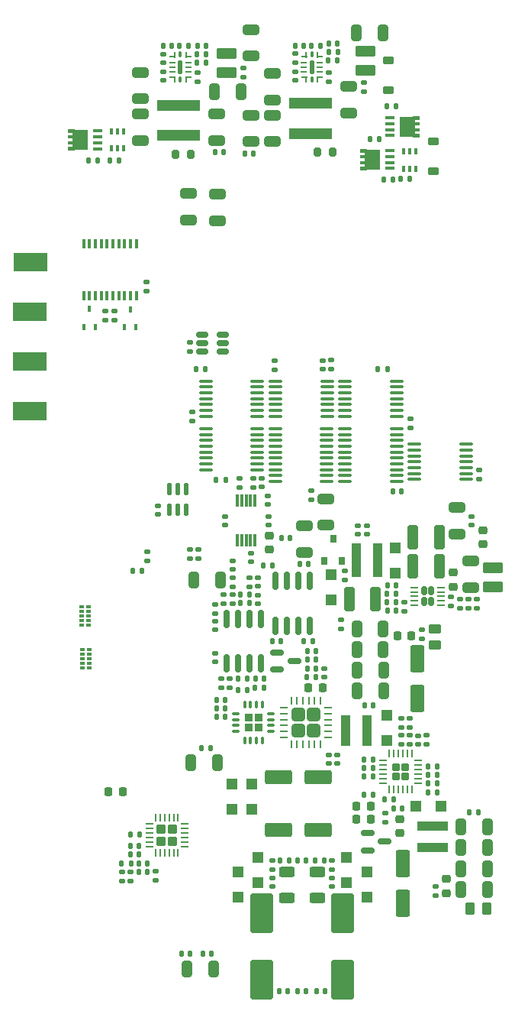
<source format=gbp>
%TF.GenerationSoftware,KiCad,Pcbnew,7.99.0-1.20230926git54171ec.fc37*%
%TF.CreationDate,2023-10-10T15:30:00+01:00*%
%TF.ProjectId,bugg-main-r5,62756767-2d6d-4616-996e-2d72352e6b69,rev?*%
%TF.SameCoordinates,Original*%
%TF.FileFunction,Paste,Bot*%
%TF.FilePolarity,Positive*%
%FSLAX46Y46*%
G04 Gerber Fmt 4.6, Leading zero omitted, Abs format (unit mm)*
G04 Created by KiCad (PCBNEW 7.99.0-1.20230926git54171ec.fc37) date 2023-10-10 15:30:00*
%MOMM*%
%LPD*%
G01*
G04 APERTURE LIST*
G04 Aperture macros list*
%AMRoundRect*
0 Rectangle with rounded corners*
0 $1 Rounding radius*
0 $2 $3 $4 $5 $6 $7 $8 $9 X,Y pos of 4 corners*
0 Add a 4 corners polygon primitive as box body*
4,1,4,$2,$3,$4,$5,$6,$7,$8,$9,$2,$3,0*
0 Add four circle primitives for the rounded corners*
1,1,$1+$1,$2,$3*
1,1,$1+$1,$4,$5*
1,1,$1+$1,$6,$7*
1,1,$1+$1,$8,$9*
0 Add four rect primitives between the rounded corners*
20,1,$1+$1,$2,$3,$4,$5,0*
20,1,$1+$1,$4,$5,$6,$7,0*
20,1,$1+$1,$6,$7,$8,$9,0*
20,1,$1+$1,$8,$9,$2,$3,0*%
%AMFreePoly0*
4,1,21,1.372500,0.787500,0.862500,0.787500,0.862500,0.532500,1.372500,0.532500,1.372500,0.127500,0.862500,0.127500,0.862500,-0.127500,1.372500,-0.127500,1.372500,-0.532500,0.862500,-0.532500,0.862500,-0.787500,1.372500,-0.787500,1.372500,-1.195000,0.612500,-1.195000,0.612500,-1.117500,-0.862500,-1.117500,-0.862500,1.117500,0.612500,1.117500,0.612500,1.195000,1.372500,1.195000,
1.372500,0.787500,1.372500,0.787500,$1*%
%AMFreePoly1*
4,1,25,0.251037,0.433748,0.282717,0.409439,0.409439,0.282717,0.449030,0.214145,0.454242,0.174554,0.454242,-0.174554,0.433748,-0.251037,0.409439,-0.282717,0.282717,-0.409439,0.214145,-0.449030,0.174554,-0.454242,-0.174554,-0.454242,-0.251037,-0.433748,-0.282717,-0.409439,-0.409439,-0.282717,-0.449030,-0.214145,-0.454242,-0.174554,-0.454242,0.174554,-0.433748,0.251037,-0.409439,0.282717,
-0.282717,0.409439,-0.214145,0.449030,-0.174554,0.454242,0.174554,0.454242,0.251037,0.433748,0.251037,0.433748,$1*%
G04 Aperture macros list end*
%ADD10RoundRect,0.140000X0.140000X0.170000X-0.140000X0.170000X-0.140000X-0.170000X0.140000X-0.170000X0*%
%ADD11R,0.990000X0.405000*%
%ADD12FreePoly0,0.000000*%
%ADD13RoundRect,0.140000X-0.140000X-0.170000X0.140000X-0.170000X0.140000X0.170000X-0.140000X0.170000X0*%
%ADD14RoundRect,0.200000X0.200000X0.275000X-0.200000X0.275000X-0.200000X-0.275000X0.200000X-0.275000X0*%
%ADD15RoundRect,0.250000X-0.325000X-0.650000X0.325000X-0.650000X0.325000X0.650000X-0.325000X0.650000X0*%
%ADD16RoundRect,0.150000X-0.587500X-0.150000X0.587500X-0.150000X0.587500X0.150000X-0.587500X0.150000X0*%
%ADD17FreePoly0,180.000000*%
%ADD18R,0.980000X3.400000*%
%ADD19RoundRect,0.140000X-0.170000X0.140000X-0.170000X-0.140000X0.170000X-0.140000X0.170000X0.140000X0*%
%ADD20RoundRect,0.050000X-0.287500X-0.075000X0.287500X-0.075000X0.287500X0.075000X-0.287500X0.075000X0*%
%ADD21RoundRect,0.050000X-0.075000X0.287500X-0.075000X-0.287500X0.075000X-0.287500X0.075000X0.287500X0*%
%ADD22RoundRect,0.050000X-0.275000X-0.075000X0.275000X-0.075000X0.275000X0.075000X-0.275000X0.075000X0*%
%ADD23RoundRect,0.050050X0.124950X0.274950X-0.124950X0.274950X-0.124950X-0.274950X0.124950X-0.274950X0*%
%ADD24RoundRect,0.049950X-0.175050X-0.675050X0.175050X-0.675050X0.175050X0.675050X-0.175050X0.675050X0*%
%ADD25RoundRect,0.250000X0.650000X-0.325000X0.650000X0.325000X-0.650000X0.325000X-0.650000X-0.325000X0*%
%ADD26R,1.200000X1.200000*%
%ADD27R,3.800000X2.000000*%
%ADD28RoundRect,0.135000X0.135000X0.185000X-0.135000X0.185000X-0.135000X-0.185000X0.135000X-0.185000X0*%
%ADD29RoundRect,0.225000X0.375000X-0.225000X0.375000X0.225000X-0.375000X0.225000X-0.375000X-0.225000X0*%
%ADD30RoundRect,0.140000X0.170000X-0.140000X0.170000X0.140000X-0.170000X0.140000X-0.170000X-0.140000X0*%
%ADD31RoundRect,0.135000X0.185000X-0.135000X0.185000X0.135000X-0.185000X0.135000X-0.185000X-0.135000X0*%
%ADD32RoundRect,0.135000X-0.185000X0.135000X-0.185000X-0.135000X0.185000X-0.135000X0.185000X0.135000X0*%
%ADD33RoundRect,0.100000X-0.637500X-0.100000X0.637500X-0.100000X0.637500X0.100000X-0.637500X0.100000X0*%
%ADD34RoundRect,0.250000X0.325000X0.650000X-0.325000X0.650000X-0.325000X-0.650000X0.325000X-0.650000X0*%
%ADD35R,0.550000X0.300000*%
%ADD36R,0.550000X0.400000*%
%ADD37RoundRect,0.218750X0.218750X0.256250X-0.218750X0.256250X-0.218750X-0.256250X0.218750X-0.256250X0*%
%ADD38RoundRect,0.135000X-0.135000X-0.185000X0.135000X-0.185000X0.135000X0.185000X-0.135000X0.185000X0*%
%ADD39RoundRect,0.100000X0.637500X0.100000X-0.637500X0.100000X-0.637500X-0.100000X0.637500X-0.100000X0*%
%ADD40R,0.450000X0.700000*%
%ADD41RoundRect,0.250000X1.250000X0.550000X-1.250000X0.550000X-1.250000X-0.550000X1.250000X-0.550000X0*%
%ADD42RoundRect,0.250000X0.625000X-0.312500X0.625000X0.312500X-0.625000X0.312500X-0.625000X-0.312500X0*%
%ADD43RoundRect,0.250000X1.000000X-1.950000X1.000000X1.950000X-1.000000X1.950000X-1.000000X-1.950000X0*%
%ADD44RoundRect,0.250000X0.450000X-0.262500X0.450000X0.262500X-0.450000X0.262500X-0.450000X-0.262500X0*%
%ADD45RoundRect,0.150000X0.150000X-0.825000X0.150000X0.825000X-0.150000X0.825000X-0.150000X-0.825000X0*%
%ADD46RoundRect,0.250000X-0.650000X0.325000X-0.650000X-0.325000X0.650000X-0.325000X0.650000X0.325000X0*%
%ADD47RoundRect,0.250000X-0.325000X-1.100000X0.325000X-1.100000X0.325000X1.100000X-0.325000X1.100000X0*%
%ADD48RoundRect,0.250000X0.550000X-1.250000X0.550000X1.250000X-0.550000X1.250000X-0.550000X-1.250000X0*%
%ADD49RoundRect,0.250000X-0.485000X-0.485000X0.485000X-0.485000X0.485000X0.485000X-0.485000X0.485000X0*%
%ADD50RoundRect,0.062500X-0.362500X-0.062500X0.362500X-0.062500X0.362500X0.062500X-0.362500X0.062500X0*%
%ADD51RoundRect,0.062500X-0.062500X-0.362500X0.062500X-0.362500X0.062500X0.362500X-0.062500X0.362500X0*%
%ADD52RoundRect,0.225000X0.250000X-0.225000X0.250000X0.225000X-0.250000X0.225000X-0.250000X-0.225000X0*%
%ADD53FreePoly1,90.000000*%
%ADD54RoundRect,0.062500X0.062500X-0.325000X0.062500X0.325000X-0.062500X0.325000X-0.062500X-0.325000X0*%
%ADD55RoundRect,0.062500X0.325000X-0.062500X0.325000X0.062500X-0.325000X0.062500X-0.325000X-0.062500X0*%
%ADD56RoundRect,0.250000X0.275000X-0.275000X0.275000X0.275000X-0.275000X0.275000X-0.275000X-0.275000X0*%
%ADD57RoundRect,0.062500X0.062500X-0.350000X0.062500X0.350000X-0.062500X0.350000X-0.062500X-0.350000X0*%
%ADD58RoundRect,0.062500X0.350000X-0.062500X0.350000X0.062500X-0.350000X0.062500X-0.350000X-0.062500X0*%
%ADD59RoundRect,0.225000X-0.250000X0.225000X-0.250000X-0.225000X0.250000X-0.225000X0.250000X0.225000X0*%
%ADD60R,0.980000X3.700000*%
%ADD61RoundRect,0.200000X-0.200000X-0.275000X0.200000X-0.275000X0.200000X0.275000X-0.200000X0.275000X0*%
%ADD62RoundRect,0.250000X-0.850000X0.375000X-0.850000X-0.375000X0.850000X-0.375000X0.850000X0.375000X0*%
%ADD63RoundRect,0.250000X0.262500X0.450000X-0.262500X0.450000X-0.262500X-0.450000X0.262500X-0.450000X0*%
%ADD64RoundRect,0.227500X0.227500X0.227500X-0.227500X0.227500X-0.227500X-0.227500X0.227500X-0.227500X0*%
%ADD65RoundRect,0.075000X0.350000X0.075000X-0.350000X0.075000X-0.350000X-0.075000X0.350000X-0.075000X0*%
%ADD66RoundRect,0.075000X0.075000X0.350000X-0.075000X0.350000X-0.075000X-0.350000X0.075000X-0.350000X0*%
%ADD67RoundRect,0.225000X-0.375000X0.225000X-0.375000X-0.225000X0.375000X-0.225000X0.375000X0.225000X0*%
%ADD68RoundRect,0.125000X-0.125000X0.587500X-0.125000X-0.587500X0.125000X-0.587500X0.125000X0.587500X0*%
%ADD69R,0.400000X1.000000*%
%ADD70R,4.700000X1.180000*%
%ADD71R,3.400000X0.980000*%
%ADD72R,0.300000X1.400000*%
%ADD73R,0.800000X0.900000*%
%ADD74R,0.400000X0.650000*%
%ADD75RoundRect,0.167500X0.167500X0.312500X-0.167500X0.312500X-0.167500X-0.312500X0.167500X-0.312500X0*%
%ADD76RoundRect,0.062500X0.362500X0.062500X-0.362500X0.062500X-0.362500X-0.062500X0.362500X-0.062500X0*%
%ADD77RoundRect,0.225000X0.225000X0.250000X-0.225000X0.250000X-0.225000X-0.250000X0.225000X-0.250000X0*%
%ADD78RoundRect,0.150000X-0.512500X-0.150000X0.512500X-0.150000X0.512500X0.150000X-0.512500X0.150000X0*%
%ADD79RoundRect,0.218750X0.256250X-0.218750X0.256250X0.218750X-0.256250X0.218750X-0.256250X-0.218750X0*%
%ADD80RoundRect,0.218750X-0.218750X-0.256250X0.218750X-0.256250X0.218750X0.256250X-0.218750X0.256250X0*%
G04 APERTURE END LIST*
D10*
%TO.C,C115*%
X4155000Y3825000D03*
X3195000Y3825000D03*
%TD*%
D11*
%TO.C,Q3*%
X15215000Y48410000D03*
X15215000Y49070000D03*
X15215000Y49730000D03*
X15215000Y50390000D03*
D12*
X17207500Y49400000D03*
%TD*%
D13*
%TO.C,C101*%
X6070000Y-9675000D03*
X7030000Y-9675000D03*
%TD*%
%TO.C,C46*%
X2970000Y-46400000D03*
X3930000Y-46400000D03*
%TD*%
D14*
%TO.C,R109*%
X8885000Y46580000D03*
X7235000Y46580000D03*
%TD*%
D15*
%TO.C,C91*%
X11584762Y-10835714D03*
X14534762Y-10835714D03*
%TD*%
D16*
%TO.C,U31*%
X2762500Y-10750000D03*
X2762500Y-8850000D03*
X4637500Y-9800000D03*
%TD*%
D11*
%TO.C,Q1*%
X-17150000Y48910000D03*
X-17150000Y48250000D03*
X-17150000Y47590000D03*
X-17150000Y46930000D03*
D17*
X-19142500Y47920000D03*
%TD*%
D18*
%TO.C,L4*%
X10354286Y-17484762D03*
X12724286Y-17484762D03*
%TD*%
D16*
%TO.C,Q10*%
X12777500Y-30775000D03*
X12777500Y-28875000D03*
X14652500Y-29825000D03*
%TD*%
D19*
%TO.C,C120*%
X-6925000Y25455000D03*
X-6925000Y24495000D03*
%TD*%
D20*
%TO.C,U5*%
X-8862500Y54850000D03*
D21*
X-8650000Y54637500D03*
D22*
X-8875000Y55500000D03*
X-8875000Y56000000D03*
X-8875000Y56500000D03*
D20*
X-8862500Y57150000D03*
D21*
X-8650000Y57362500D03*
D23*
X-8000000Y57375000D03*
D21*
X-7350000Y57362500D03*
D20*
X-7137500Y57150000D03*
D22*
X-7125000Y56500000D03*
X-7125000Y56000000D03*
X-7125000Y55500000D03*
D21*
X-7350000Y54637500D03*
D20*
X-7137500Y54850000D03*
D23*
X-8000000Y54625000D03*
D24*
X-8000000Y56000000D03*
%TD*%
D25*
%TO.C,C23*%
X-3850000Y38975000D03*
X-3850000Y41925000D03*
%TD*%
D26*
%TO.C,D10*%
X10450000Y-31550000D03*
X10450000Y-34350000D03*
%TD*%
D27*
%TO.C,GC1*%
X-24750000Y17900000D03*
%TD*%
D28*
%TO.C,R7*%
X-14765000Y45650000D03*
X-15785000Y45650000D03*
%TD*%
D29*
%TO.C,D4*%
X20100000Y44500000D03*
X20100000Y47800000D03*
%TD*%
D28*
%TO.C,R8*%
X17472500Y43627500D03*
X16452500Y43627500D03*
%TD*%
D30*
%TO.C,C126*%
X24350000Y5270000D03*
X24350000Y6230000D03*
%TD*%
D10*
%TO.C,C64*%
X-3020000Y-16000000D03*
X-3980000Y-16000000D03*
%TD*%
D15*
%TO.C,C43*%
X11525000Y59786400D03*
X14475000Y59786400D03*
%TD*%
D31*
%TO.C,R57*%
X-2220000Y-3460000D03*
X-2220000Y-2440000D03*
%TD*%
D32*
%TO.C,R59*%
X-2500000Y-11790000D03*
X-2500000Y-12810000D03*
%TD*%
D13*
%TO.C,C87*%
X15670000Y-26125000D03*
X16630000Y-26125000D03*
%TD*%
%TO.C,C139*%
X12420238Y-14749286D03*
X13380238Y-14749286D03*
%TD*%
D19*
%TO.C,C42*%
X-9875000Y55480000D03*
X-9875000Y54520000D03*
%TD*%
D30*
%TO.C,C54*%
X8850000Y-34780000D03*
X8850000Y-33820000D03*
%TD*%
D26*
%TO.C,D13*%
X-50000Y-26200000D03*
X-50000Y-23400000D03*
%TD*%
D31*
%TO.C,R94*%
X17450000Y-17160000D03*
X17450000Y-16140000D03*
%TD*%
D25*
%TO.C,C13*%
X-3925000Y47875000D03*
X-3925000Y50825000D03*
%TD*%
D33*
%TO.C,U19*%
X10287500Y17300000D03*
X10287500Y17950000D03*
X10287500Y18600000D03*
X10287500Y19250000D03*
X10287500Y19900000D03*
X10287500Y20550000D03*
X10287500Y21200000D03*
X16012500Y21200000D03*
X16012500Y20550000D03*
X16012500Y19900000D03*
X16012500Y19250000D03*
X16012500Y18600000D03*
X16012500Y17950000D03*
X16012500Y17300000D03*
%TD*%
D19*
%TO.C,C69*%
X600000Y-2495000D03*
X600000Y-3455000D03*
%TD*%
D13*
%TO.C,C72*%
X-1580000Y-11800000D03*
X-620000Y-11800000D03*
%TD*%
D34*
%TO.C,C127*%
X-4325000Y-43900000D03*
X-7275000Y-43900000D03*
%TD*%
D30*
%TO.C,C94*%
X16500000Y-17155000D03*
X16500000Y-16195000D03*
%TD*%
D35*
%TO.C,U11*%
X-18985000Y-5800000D03*
X-18985000Y-5300000D03*
D36*
X-18985000Y-4800000D03*
D35*
X-18985000Y-4300000D03*
X-18985000Y-3800000D03*
X-18215000Y-3800000D03*
X-18215000Y-4300000D03*
D36*
X-18215000Y-4800000D03*
D35*
X-18215000Y-5300000D03*
X-18215000Y-5800000D03*
%TD*%
D37*
%TO.C,FB7*%
X7787500Y-12775000D03*
X6212500Y-12775000D03*
%TD*%
D38*
%TO.C,R26*%
X-14510000Y-32275000D03*
X-13490000Y-32275000D03*
%TD*%
%TO.C,R91*%
X19479286Y-23384762D03*
X20499286Y-23384762D03*
%TD*%
D32*
%TO.C,R52*%
X2200000Y-31940000D03*
X2200000Y-32960000D03*
%TD*%
D39*
%TO.C,U20*%
X8312500Y21200000D03*
X8312500Y20550000D03*
X8312500Y19900000D03*
X8312500Y19250000D03*
X8312500Y18600000D03*
X8312500Y17950000D03*
X8312500Y17300000D03*
X2587500Y17300000D03*
X2587500Y17950000D03*
X2587500Y18600000D03*
X2587500Y19250000D03*
X2587500Y19900000D03*
X2587500Y20550000D03*
X2587500Y21200000D03*
%TD*%
D19*
%TO.C,C76*%
X600000Y-570000D03*
X600000Y-1530000D03*
%TD*%
D15*
%TO.C,C90*%
X11584762Y-13135714D03*
X14534762Y-13135714D03*
%TD*%
D40*
%TO.C,Q28*%
X-17425000Y27200000D03*
X-18725000Y27200000D03*
X-18075000Y29200000D03*
%TD*%
D27*
%TO.C,GC2*%
X-24700000Y23400000D03*
%TD*%
D26*
%TO.C,D17*%
X14914286Y-18609762D03*
X14914286Y-15809762D03*
%TD*%
D41*
%TO.C,C59*%
X7275000Y-28500000D03*
X2875000Y-28500000D03*
%TD*%
D42*
%TO.C,R48*%
X3800000Y-36087500D03*
X3800000Y-33162500D03*
%TD*%
D32*
%TO.C,R113*%
X-15340000Y28975000D03*
X-15340000Y27955000D03*
%TD*%
%TO.C,R35*%
X-1000000Y55910000D03*
X-1000000Y54890000D03*
%TD*%
D30*
%TO.C,C60*%
X1050000Y9470000D03*
X1050000Y10430000D03*
%TD*%
D43*
%TO.C,C49*%
X10025000Y-45125000D03*
X10025000Y-37725000D03*
%TD*%
D13*
%TO.C,C56*%
X5020000Y-31875000D03*
X5980000Y-31875000D03*
%TD*%
D31*
%TO.C,R103*%
X18805000Y-7380000D03*
X18805000Y-6360000D03*
%TD*%
D39*
%TO.C,U22*%
X562500Y21200000D03*
X562500Y20550000D03*
X562500Y19900000D03*
X562500Y19250000D03*
X562500Y18600000D03*
X562500Y17950000D03*
X562500Y17300000D03*
X-5162500Y17300000D03*
X-5162500Y17950000D03*
X-5162500Y18600000D03*
X-5162500Y19250000D03*
X-5162500Y19900000D03*
X-5162500Y20550000D03*
X-5162500Y21200000D03*
%TD*%
D26*
%TO.C,D8*%
X12700000Y-36000000D03*
X12700000Y-33200000D03*
%TD*%
D25*
%TO.C,C80*%
X5800000Y2225000D03*
X5800000Y5175000D03*
%TD*%
D28*
%TO.C,R15*%
X-7065000Y58375000D03*
X-8085000Y58375000D03*
%TD*%
D44*
%TO.C,R112*%
X20290000Y-8062500D03*
X20290000Y-6237500D03*
%TD*%
D30*
%TO.C,C48*%
X17500000Y16040000D03*
X17500000Y17000000D03*
%TD*%
D19*
%TO.C,C25*%
X25200000Y11330000D03*
X25200000Y10370000D03*
%TD*%
D15*
%TO.C,C133*%
X23119286Y-28174762D03*
X26069286Y-28174762D03*
%TD*%
D13*
%TO.C,C117*%
X5220000Y925000D03*
X6180000Y925000D03*
%TD*%
D25*
%TO.C,C103*%
X24200000Y-1675000D03*
X24200000Y1275000D03*
%TD*%
D45*
%TO.C,U33*%
X6355000Y-5875000D03*
X5085000Y-5875000D03*
X3815000Y-5875000D03*
X2545000Y-5875000D03*
X2545000Y-925000D03*
X3815000Y-925000D03*
X5085000Y-925000D03*
X6355000Y-925000D03*
%TD*%
D31*
%TO.C,R93*%
X17450000Y-19035000D03*
X17450000Y-18015000D03*
%TD*%
%TO.C,R101*%
X16495000Y-19025000D03*
X16495000Y-18005000D03*
%TD*%
D28*
%TO.C,R16*%
X9460000Y57656400D03*
X8440000Y57656400D03*
%TD*%
D13*
%TO.C,C47*%
X4970000Y-46400000D03*
X5930000Y-46400000D03*
%TD*%
D46*
%TO.C,C45*%
X10700000Y53825000D03*
X10700000Y50875000D03*
%TD*%
D31*
%TO.C,R61*%
X-2175000Y-1560000D03*
X-2175000Y-540000D03*
%TD*%
D19*
%TO.C,C53*%
X2450000Y23430000D03*
X2450000Y22470000D03*
%TD*%
D34*
%TO.C,C129*%
X-3525000Y-850000D03*
X-6475000Y-850000D03*
%TD*%
D35*
%TO.C,U10*%
X-18885000Y-10550000D03*
X-18885000Y-10050000D03*
D36*
X-18885000Y-9550000D03*
D35*
X-18885000Y-9050000D03*
X-18885000Y-8550000D03*
X-18115000Y-8550000D03*
X-18115000Y-9050000D03*
D36*
X-18115000Y-9550000D03*
D35*
X-18115000Y-10050000D03*
X-18115000Y-10550000D03*
%TD*%
D26*
%TO.C,D14*%
X-2250000Y-26200000D03*
X-2250000Y-23400000D03*
%TD*%
D32*
%TO.C,R78*%
X14750000Y-26670000D03*
X14750000Y-27690000D03*
%TD*%
D47*
%TO.C,C107*%
X17775000Y3900000D03*
X20725000Y3900000D03*
%TD*%
D25*
%TO.C,C16*%
X2190000Y47725000D03*
X2190000Y50675000D03*
%TD*%
D13*
%TO.C,C121*%
X2220000Y-7600000D03*
X3180000Y-7600000D03*
%TD*%
D10*
%TO.C,C18*%
X130000Y46425000D03*
X-830000Y46425000D03*
%TD*%
D31*
%TO.C,R71*%
X-1400000Y9390000D03*
X-1400000Y10410000D03*
%TD*%
%TO.C,R54*%
X-3450000Y-12810000D03*
X-3450000Y-11790000D03*
%TD*%
D38*
%TO.C,R90*%
X14940000Y-3300000D03*
X15960000Y-3300000D03*
%TD*%
D48*
%TO.C,C119*%
X18270000Y-13950000D03*
X18270000Y-9550000D03*
%TD*%
D13*
%TO.C,C74*%
X15570000Y9000000D03*
X16530000Y9000000D03*
%TD*%
D49*
%TO.C,U18*%
X5067462Y-15775000D03*
X5067462Y-17475000D03*
X6767462Y-15775000D03*
X6767462Y-17475000D03*
D50*
X3467462Y-18250000D03*
X3467462Y-17600000D03*
X3467462Y-16950000D03*
X3467462Y-16300000D03*
X3467462Y-15650000D03*
X3467462Y-15000000D03*
D51*
X4292462Y-14175000D03*
X4942462Y-14175000D03*
X5592462Y-14175000D03*
X6242462Y-14175000D03*
X6892462Y-14175000D03*
X7542462Y-14175000D03*
D50*
X8367462Y-15000000D03*
X8367462Y-15650000D03*
X8367462Y-16300000D03*
X8367462Y-16950000D03*
X8367462Y-17600000D03*
X8367462Y-18250000D03*
D51*
X7542462Y-19075000D03*
X6892462Y-19075000D03*
X6242462Y-19075000D03*
X5592462Y-19075000D03*
X4942462Y-19075000D03*
X4292462Y-19075000D03*
%TD*%
D13*
%TO.C,C17*%
X-4155000Y46575000D03*
X-3195000Y46575000D03*
%TD*%
D20*
%TO.C,U6*%
X5737500Y54850000D03*
D21*
X5950000Y54637500D03*
D22*
X5725000Y55500000D03*
X5725000Y56000000D03*
X5725000Y56500000D03*
D20*
X5737500Y57150000D03*
D21*
X5950000Y57362500D03*
D23*
X6600000Y57375000D03*
D21*
X7250000Y57362500D03*
D20*
X7462500Y57150000D03*
D22*
X7475000Y56500000D03*
X7475000Y56000000D03*
X7475000Y55500000D03*
D21*
X7250000Y54637500D03*
D20*
X7462500Y54850000D03*
D23*
X6600000Y54625000D03*
D24*
X6600000Y56000000D03*
%TD*%
D38*
%TO.C,R98*%
X5690000Y-7625000D03*
X6710000Y-7625000D03*
%TD*%
D30*
%TO.C,C38*%
X-11775000Y31195000D03*
X-11775000Y32155000D03*
%TD*%
D28*
%TO.C,R69*%
X14960000Y22500000D03*
X13940000Y22500000D03*
%TD*%
D46*
%TO.C,C6*%
X-12425000Y55425000D03*
X-12425000Y52475000D03*
%TD*%
D52*
%TO.C,C102*%
X25550000Y3125000D03*
X25550000Y4675000D03*
%TD*%
D40*
%TO.C,Q27*%
X-12900000Y27175000D03*
X-14200000Y27175000D03*
X-13550000Y29175000D03*
%TD*%
D28*
%TO.C,R13*%
X9440000Y56701400D03*
X8420000Y56701400D03*
%TD*%
D53*
%TO.C,U28*%
X15951786Y-22572262D03*
X16926786Y-22572262D03*
X15951786Y-21597262D03*
X16926786Y-21597262D03*
D54*
X17689286Y-24072262D03*
X17189286Y-24072262D03*
X16689286Y-24072262D03*
X16189286Y-24072262D03*
X15689286Y-24072262D03*
X15189286Y-24072262D03*
D55*
X14451786Y-23334762D03*
X14451786Y-22834762D03*
X14451786Y-22334762D03*
X14451786Y-21834762D03*
X14451786Y-21334762D03*
X14451786Y-20834762D03*
D54*
X15189286Y-20097262D03*
X15689286Y-20097262D03*
X16189286Y-20097262D03*
X16689286Y-20097262D03*
X17189286Y-20097262D03*
X17689286Y-20097262D03*
D55*
X18426786Y-20834762D03*
X18426786Y-21334762D03*
X18426786Y-21834762D03*
X18426786Y-22334762D03*
X18426786Y-22834762D03*
X18426786Y-23334762D03*
%TD*%
D19*
%TO.C,C55*%
X2200000Y-33820000D03*
X2200000Y-34780000D03*
%TD*%
D56*
%TO.C,U12*%
X-10150000Y-29750000D03*
X-8850000Y-29750000D03*
X-10150000Y-28450000D03*
X-8850000Y-28450000D03*
D57*
X-8250000Y-31037500D03*
X-8750000Y-31037500D03*
X-9250000Y-31037500D03*
X-9750000Y-31037500D03*
X-10250000Y-31037500D03*
X-10750000Y-31037500D03*
D58*
X-11437500Y-30350000D03*
X-11437500Y-29850000D03*
X-11437500Y-29350000D03*
X-11437500Y-28850000D03*
X-11437500Y-28350000D03*
X-11437500Y-27850000D03*
D57*
X-10750000Y-27162500D03*
X-10250000Y-27162500D03*
X-9750000Y-27162500D03*
X-9250000Y-27162500D03*
X-8750000Y-27162500D03*
X-8250000Y-27162500D03*
D58*
X-7562500Y-27850000D03*
X-7562500Y-28350000D03*
X-7562500Y-28850000D03*
X-7562500Y-29350000D03*
X-7562500Y-29850000D03*
X-7562500Y-30350000D03*
%TD*%
D59*
%TO.C,C104*%
X22300000Y-25000D03*
X22300000Y-1575000D03*
%TD*%
D13*
%TO.C,C138*%
X24099762Y-26545714D03*
X25059762Y-26545714D03*
%TD*%
D60*
%TO.C,L5*%
X11565000Y1350000D03*
X13935000Y1350000D03*
%TD*%
D10*
%TO.C,C12*%
X9405000Y58591400D03*
X8445000Y58591400D03*
%TD*%
D28*
%TO.C,R97*%
X15960000Y-2350000D03*
X14940000Y-2350000D03*
%TD*%
%TO.C,R107*%
X2225000Y775000D03*
X1205000Y775000D03*
%TD*%
D38*
%TO.C,R88*%
X12365000Y-20700000D03*
X13385000Y-20700000D03*
%TD*%
%TO.C,R50*%
X6940000Y-31875000D03*
X7960000Y-31875000D03*
%TD*%
D27*
%TO.C,GC3*%
X-24700000Y28900000D03*
%TD*%
D28*
%TO.C,R6*%
X-12290000Y200000D03*
X-13310000Y200000D03*
%TD*%
D25*
%TO.C,C15*%
X-12425000Y47850000D03*
X-12425000Y50800000D03*
%TD*%
D46*
%TO.C,C5*%
X2200000Y55325000D03*
X2200000Y52375000D03*
%TD*%
D31*
%TO.C,R75*%
X-6000000Y1565000D03*
X-6000000Y2585000D03*
%TD*%
D38*
%TO.C,R18*%
X12370000Y-22610000D03*
X13390000Y-22610000D03*
%TD*%
D30*
%TO.C,C124*%
X-3050000Y5270000D03*
X-3050000Y6230000D03*
%TD*%
D19*
%TO.C,C41*%
X8475000Y55355000D03*
X8475000Y54395000D03*
%TD*%
D25*
%TO.C,C131*%
X22700000Y4275000D03*
X22700000Y7225000D03*
%TD*%
D41*
%TO.C,C58*%
X7275000Y-22675000D03*
X2875000Y-22675000D03*
%TD*%
D32*
%TO.C,R63*%
X100000Y10460000D03*
X100000Y9440000D03*
%TD*%
D30*
%TO.C,C114*%
X23000000Y-3930000D03*
X23000000Y-2970000D03*
%TD*%
D25*
%TO.C,C130*%
X8150000Y5225000D03*
X8150000Y8175000D03*
%TD*%
D19*
%TO.C,C4*%
X-6100000Y55355000D03*
X-6100000Y54395000D03*
%TD*%
D32*
%TO.C,R27*%
X-13550000Y-33165000D03*
X-13550000Y-34185000D03*
%TD*%
D61*
%TO.C,R110*%
X-8535000Y46355000D03*
X-6885000Y46355000D03*
%TD*%
D19*
%TO.C,C10*%
X4716600Y57459400D03*
X4716600Y56499400D03*
%TD*%
D26*
%TO.C,D16*%
X20964286Y-25909762D03*
X18164286Y-25909762D03*
%TD*%
D10*
%TO.C,C32*%
X-11670000Y-32250000D03*
X-12630000Y-32250000D03*
%TD*%
D47*
%TO.C,C109*%
X10725000Y-2950000D03*
X13675000Y-2950000D03*
%TD*%
D62*
%TO.C,L8*%
X12550000Y57761400D03*
X12550000Y55611400D03*
%TD*%
D27*
%TO.C,GC4*%
X-24650000Y34400000D03*
%TD*%
D10*
%TO.C,C123*%
X-4670000Y-19450000D03*
X-5630000Y-19450000D03*
%TD*%
D30*
%TO.C,C70*%
X-4150000Y-9930000D03*
X-4150000Y-8970000D03*
%TD*%
D38*
%TO.C,R74*%
X6040000Y-11575000D03*
X7060000Y-11575000D03*
%TD*%
D13*
%TO.C,C96*%
X19510238Y-21464286D03*
X20470238Y-21464286D03*
%TD*%
D32*
%TO.C,R114*%
X-16300000Y28975000D03*
X-16300000Y27955000D03*
%TD*%
D11*
%TO.C,Q2*%
X15275000Y46740000D03*
X15275000Y46080000D03*
X15275000Y45420000D03*
X15275000Y44760000D03*
D17*
X13282500Y45750000D03*
%TD*%
D28*
%TO.C,R100*%
X-2990000Y10250000D03*
X-4010000Y10250000D03*
%TD*%
D34*
%TO.C,C128*%
X-3905000Y-21100000D03*
X-6855000Y-21100000D03*
%TD*%
D38*
%TO.C,R60*%
X-1330000Y-2450000D03*
X-310000Y-2450000D03*
%TD*%
%TO.C,R87*%
X14690000Y-25175000D03*
X15710000Y-25175000D03*
%TD*%
D13*
%TO.C,C27*%
X7125000Y-46425000D03*
X8085000Y-46425000D03*
%TD*%
D31*
%TO.C,R77*%
X-11650000Y1240000D03*
X-11650000Y2260000D03*
%TD*%
D43*
%TO.C,C50*%
X1000000Y-45125000D03*
X1000000Y-37725000D03*
%TD*%
D15*
%TO.C,C88*%
X23114286Y-35109762D03*
X26064286Y-35109762D03*
%TD*%
D32*
%TO.C,R36*%
X12350000Y54296400D03*
X12350000Y53276400D03*
%TD*%
D15*
%TO.C,C134*%
X11579762Y-8535714D03*
X14529762Y-8535714D03*
%TD*%
D32*
%TO.C,R55*%
X-3170000Y-2440000D03*
X-3170000Y-3460000D03*
%TD*%
%TO.C,R95*%
X16850000Y-3250000D03*
X16850000Y-4270000D03*
%TD*%
D38*
%TO.C,R92*%
X19504286Y-22434762D03*
X20524286Y-22434762D03*
%TD*%
D30*
%TO.C,C105*%
X12700000Y4220000D03*
X12700000Y5180000D03*
%TD*%
D63*
%TO.C,R111*%
X25987500Y-37210000D03*
X24162500Y-37210000D03*
%TD*%
D28*
%TO.C,R14*%
X-5135000Y57425000D03*
X-6155000Y57425000D03*
%TD*%
D42*
%TO.C,R47*%
X7250000Y-36087500D03*
X7250000Y-33162500D03*
%TD*%
D13*
%TO.C,C132*%
X-7880000Y-42200000D03*
X-6920000Y-42200000D03*
%TD*%
D38*
%TO.C,R83*%
X12370000Y-21655000D03*
X13390000Y-21655000D03*
%TD*%
D30*
%TO.C,C9*%
X-9875000Y56495000D03*
X-9875000Y57455000D03*
%TD*%
D15*
%TO.C,C136*%
X11579762Y-6215714D03*
X14529762Y-6215714D03*
%TD*%
D10*
%TO.C,C11*%
X-5165000Y58375000D03*
X-6125000Y58375000D03*
%TD*%
D31*
%TO.C,R51*%
X8850000Y-32960000D03*
X8850000Y-31940000D03*
%TD*%
D10*
%TO.C,C82*%
X7030000Y-10625000D03*
X6070000Y-10625000D03*
%TD*%
%TO.C,C113*%
X15955000Y-1400000D03*
X14995000Y-1400000D03*
%TD*%
D19*
%TO.C,C33*%
X-10750000Y-33120000D03*
X-10750000Y-34080000D03*
%TD*%
D13*
%TO.C,C73*%
X-1300000Y-3400000D03*
X-340000Y-3400000D03*
%TD*%
D31*
%TO.C,R96*%
X23950000Y-3960000D03*
X23950000Y-2940000D03*
%TD*%
D64*
%TO.C,U23*%
X650000Y-17150000D03*
X650000Y-16100000D03*
X-400000Y-17150000D03*
X-400000Y-16100000D03*
D65*
X2075000Y-15650000D03*
X2075000Y-16300000D03*
X2075000Y-16950000D03*
X2075000Y-17600000D03*
D66*
X1100000Y-18575000D03*
X450000Y-18575000D03*
X-200000Y-18575000D03*
X-850000Y-18575000D03*
D65*
X-1825000Y-17600000D03*
X-1825000Y-16950000D03*
X-1825000Y-16300000D03*
X-1825000Y-15650000D03*
D66*
X-850000Y-14675000D03*
X-200000Y-14675000D03*
X450000Y-14675000D03*
X1100000Y-14675000D03*
%TD*%
D48*
%TO.C,C118*%
X16700000Y-36650000D03*
X16700000Y-32250000D03*
%TD*%
D32*
%TO.C,R89*%
X10275000Y160000D03*
X10275000Y-860000D03*
%TD*%
D30*
%TO.C,C67*%
X6500000Y8070000D03*
X6500000Y9030000D03*
%TD*%
D28*
%TO.C,R12*%
X-5140000Y56475000D03*
X-6160000Y56475000D03*
%TD*%
D38*
%TO.C,R28*%
X-13560000Y-29000000D03*
X-12540000Y-29000000D03*
%TD*%
D10*
%TO.C,C122*%
X-4570000Y-42200000D03*
X-5530000Y-42200000D03*
%TD*%
D25*
%TO.C,C22*%
X-7075000Y39025000D03*
X-7075000Y41975000D03*
%TD*%
D30*
%TO.C,C93*%
X18400000Y-19030000D03*
X18400000Y-18070000D03*
%TD*%
D31*
%TO.C,R108*%
X9860000Y-6225000D03*
X9860000Y-5205000D03*
%TD*%
D30*
%TO.C,C78*%
X-125000Y1195000D03*
X-125000Y2155000D03*
%TD*%
D33*
%TO.C,U17*%
X17987500Y10300000D03*
X17987500Y10950000D03*
X17987500Y11600000D03*
X17987500Y12250000D03*
X17987500Y12900000D03*
X17987500Y13550000D03*
X17987500Y14200000D03*
X23712500Y14200000D03*
X23712500Y13550000D03*
X23712500Y12900000D03*
X23712500Y12250000D03*
X23712500Y11600000D03*
X23712500Y10950000D03*
X23712500Y10300000D03*
%TD*%
D67*
%TO.C,D5*%
X15050000Y56700000D03*
X15050000Y53400000D03*
%TD*%
D10*
%TO.C,C40*%
X-12570000Y-30300000D03*
X-13530000Y-30300000D03*
%TD*%
D31*
%TO.C,R73*%
X8775000Y22490000D03*
X8775000Y23510000D03*
%TD*%
D13*
%TO.C,C63*%
X-3980000Y-14100000D03*
X-3020000Y-14100000D03*
%TD*%
D32*
%TO.C,R70*%
X-6650000Y17760000D03*
X-6650000Y16740000D03*
%TD*%
D19*
%TO.C,C68*%
X-4150000Y-5420000D03*
X-4150000Y-6380000D03*
%TD*%
D45*
%TO.C,U25*%
X955000Y-10075000D03*
X-315000Y-10075000D03*
X-1585000Y-10075000D03*
X-2855000Y-10075000D03*
X-2855000Y-5125000D03*
X-1585000Y-5125000D03*
X-315000Y-5125000D03*
X955000Y-5125000D03*
%TD*%
D10*
%TO.C,C141*%
X13370000Y-24660000D03*
X12410000Y-24660000D03*
%TD*%
D68*
%TO.C,U34*%
X-9250000Y9237500D03*
X-8300000Y9237500D03*
X-7350000Y9237500D03*
X-7350000Y6962500D03*
X-8300000Y6962500D03*
X-9250000Y6962500D03*
%TD*%
D69*
%TO.C,U9*%
X-12875000Y30650000D03*
X-13525000Y30650000D03*
X-14175000Y30650000D03*
X-14825000Y30650000D03*
X-15475000Y30650000D03*
X-16125000Y30650000D03*
X-16775000Y30650000D03*
X-17425000Y30650000D03*
X-18075000Y30650000D03*
X-18725000Y30650000D03*
X-18725000Y36450000D03*
X-18075000Y36450000D03*
X-17425000Y36450000D03*
X-16775000Y36450000D03*
X-16125000Y36450000D03*
X-15475000Y36450000D03*
X-14825000Y36450000D03*
X-14175000Y36450000D03*
X-13525000Y36450000D03*
X-12875000Y36450000D03*
%TD*%
D47*
%TO.C,C108*%
X17775000Y700000D03*
X20725000Y700000D03*
%TD*%
D30*
%TO.C,C106*%
X11700000Y4220000D03*
X11700000Y5180000D03*
%TD*%
D10*
%TO.C,C39*%
X-12570000Y-31250000D03*
X-13530000Y-31250000D03*
%TD*%
D52*
%TO.C,C85*%
X16389286Y-28864762D03*
X16389286Y-27314762D03*
%TD*%
D25*
%TO.C,C2*%
X-175000Y57215000D03*
X-175000Y60165000D03*
%TD*%
D28*
%TO.C,R17*%
X7585000Y58375000D03*
X6565000Y58375000D03*
%TD*%
D31*
%TO.C,R62*%
X-350000Y-1560000D03*
X-350000Y-540000D03*
%TD*%
D70*
%TO.C,L1*%
X-8175000Y51730000D03*
X-8175000Y48420000D03*
%TD*%
D13*
%TO.C,C92*%
X19509286Y-24334762D03*
X20469286Y-24334762D03*
%TD*%
%TO.C,C7*%
X-9905000Y58375000D03*
X-8945000Y58375000D03*
%TD*%
D62*
%TO.C,L6*%
X26700000Y525000D03*
X26700000Y-1625000D03*
%TD*%
D71*
%TO.C,L3*%
X20014286Y-30469762D03*
X20014286Y-28099762D03*
%TD*%
D33*
%TO.C,U24*%
X2537500Y10075000D03*
X2537500Y10725000D03*
X2537500Y11375000D03*
X2537500Y12025000D03*
X2537500Y12675000D03*
X2537500Y13325000D03*
X2537500Y13975000D03*
X2537500Y14625000D03*
X2537500Y15275000D03*
X2537500Y15925000D03*
X8262500Y15925000D03*
X8262500Y15275000D03*
X8262500Y14625000D03*
X8262500Y13975000D03*
X8262500Y13325000D03*
X8262500Y12675000D03*
X8262500Y12025000D03*
X8262500Y11375000D03*
X8262500Y10725000D03*
X8262500Y10075000D03*
%TD*%
D72*
%TO.C,U27*%
X300000Y3550000D03*
X-200000Y3550000D03*
X-700000Y3550000D03*
X-1200000Y3550000D03*
X-1700000Y3550000D03*
X-1700000Y7950000D03*
X-1200000Y7950000D03*
X-700000Y7950000D03*
X-200000Y7950000D03*
X300000Y7950000D03*
%TD*%
D73*
%TO.C,Q26*%
X9900000Y1300000D03*
X8000000Y1300000D03*
X8950000Y3700000D03*
%TD*%
D19*
%TO.C,C52*%
X7950000Y-10645000D03*
X7950000Y-11605000D03*
%TD*%
D30*
%TO.C,C95*%
X19334762Y-19015714D03*
X19334762Y-18055714D03*
%TD*%
D38*
%TO.C,R11*%
X14890000Y51650000D03*
X15910000Y51650000D03*
%TD*%
D19*
%TO.C,C111*%
X22050000Y-2720000D03*
X22050000Y-3680000D03*
%TD*%
D30*
%TO.C,C137*%
X-10460000Y6430000D03*
X-10460000Y7390000D03*
%TD*%
D10*
%TO.C,C31*%
X-11670000Y-33200000D03*
X-12630000Y-33200000D03*
%TD*%
D19*
%TO.C,C79*%
X1700000Y8480000D03*
X1700000Y7520000D03*
%TD*%
D74*
%TO.C,U3*%
X-14335000Y46970000D03*
X-14985000Y46970000D03*
X-15635000Y46970000D03*
X-15635000Y48870000D03*
X-14985000Y48870000D03*
X-14335000Y48870000D03*
%TD*%
D32*
%TO.C,R102*%
X20326428Y-34790476D03*
X20326428Y-35810476D03*
%TD*%
D19*
%TO.C,C3*%
X4725000Y55505000D03*
X4725000Y54545000D03*
%TD*%
D30*
%TO.C,C65*%
X8450000Y-21155000D03*
X8450000Y-20195000D03*
%TD*%
D75*
%TO.C,U32*%
X19860000Y-3245000D03*
X19860000Y-2055000D03*
X19040000Y-3245000D03*
X19040000Y-2055000D03*
D76*
X20900000Y-1650000D03*
X20900000Y-2150000D03*
X20900000Y-2650000D03*
X20900000Y-3150000D03*
X20900000Y-3650000D03*
X18000000Y-3650000D03*
X18000000Y-3150000D03*
X18000000Y-2650000D03*
X18000000Y-2150000D03*
X18000000Y-1650000D03*
%TD*%
D13*
%TO.C,C8*%
X4755000Y58380000D03*
X5715000Y58380000D03*
%TD*%
D77*
%TO.C,C140*%
X13105000Y-25870000D03*
X11555000Y-25870000D03*
%TD*%
D38*
%TO.C,R10*%
X14580000Y43500000D03*
X15600000Y43500000D03*
%TD*%
D10*
%TO.C,C62*%
X-3020000Y-15050000D03*
X-3980000Y-15050000D03*
%TD*%
D15*
%TO.C,C89*%
X23114286Y-32809762D03*
X26064286Y-32809762D03*
%TD*%
%TO.C,C135*%
X23119286Y-30494762D03*
X26069286Y-30494762D03*
%TD*%
D13*
%TO.C,C71*%
X320000Y-11800000D03*
X1280000Y-11800000D03*
%TD*%
D26*
%TO.C,D12*%
X600000Y-31550000D03*
X600000Y-34350000D03*
%TD*%
D78*
%TO.C,U35*%
X-5537500Y24450000D03*
X-5537500Y25400000D03*
X-5537500Y26350000D03*
X-3262500Y26350000D03*
X-3262500Y25400000D03*
X-3262500Y24450000D03*
%TD*%
D33*
%TO.C,U26*%
X10287500Y10075000D03*
X10287500Y10725000D03*
X10287500Y11375000D03*
X10287500Y12025000D03*
X10287500Y12675000D03*
X10287500Y13325000D03*
X10287500Y13975000D03*
X10287500Y14625000D03*
X10287500Y15275000D03*
X10287500Y15925000D03*
X16012500Y15925000D03*
X16012500Y15275000D03*
X16012500Y14625000D03*
X16012500Y13975000D03*
X16012500Y13325000D03*
X16012500Y12675000D03*
X16012500Y12025000D03*
X16012500Y11375000D03*
X16012500Y10725000D03*
X16012500Y10075000D03*
%TD*%
D30*
%TO.C,C125*%
X1750000Y5245000D03*
X1750000Y6205000D03*
%TD*%
%TO.C,C75*%
X-2175000Y320000D03*
X-2175000Y1280000D03*
%TD*%
D25*
%TO.C,C14*%
X-125000Y47725000D03*
X-125000Y50675000D03*
%TD*%
D26*
%TO.C,D19*%
X8700000Y-3075000D03*
X8700000Y-275000D03*
%TD*%
D31*
%TO.C,R25*%
X-14500000Y-34185000D03*
X-14500000Y-33165000D03*
%TD*%
D33*
%TO.C,U21*%
X-5162500Y11375000D03*
X-5162500Y12025000D03*
X-5162500Y12675000D03*
X-5162500Y13325000D03*
X-5162500Y13975000D03*
X-5162500Y14625000D03*
X-5162500Y15275000D03*
X-5162500Y15925000D03*
X562500Y15925000D03*
X562500Y15275000D03*
X562500Y14625000D03*
X562500Y13975000D03*
X562500Y13325000D03*
X562500Y12675000D03*
X562500Y12025000D03*
X562500Y11375000D03*
%TD*%
D26*
%TO.C,D18*%
X15850000Y2750000D03*
X15850000Y-50000D03*
%TD*%
D79*
%TO.C,FB5*%
X21540238Y-35551786D03*
X21540238Y-33976786D03*
%TD*%
D19*
%TO.C,C81*%
X7825000Y23480000D03*
X7825000Y22520000D03*
%TD*%
D10*
%TO.C,C116*%
X7030000Y-8750000D03*
X6070000Y-8750000D03*
%TD*%
D13*
%TO.C,C110*%
X14985000Y-4250000D03*
X15945000Y-4250000D03*
%TD*%
D80*
%TO.C,FB6*%
X16062500Y-7050000D03*
X17637500Y-7050000D03*
%TD*%
D38*
%TO.C,R53*%
X-1610000Y-13000000D03*
X-590000Y-13000000D03*
%TD*%
%TO.C,R58*%
X290000Y-12800000D03*
X1310000Y-12800000D03*
%TD*%
%TO.C,R9*%
X-18210000Y45650000D03*
X-17190000Y45650000D03*
%TD*%
D30*
%TO.C,C66*%
X9375000Y-21155000D03*
X9375000Y-20195000D03*
%TD*%
D31*
%TO.C,R76*%
X-6950000Y1565000D03*
X-6950000Y2585000D03*
%TD*%
D34*
%TO.C,C44*%
X-1275000Y53300000D03*
X-4225000Y53300000D03*
%TD*%
D77*
%TO.C,C86*%
X13095000Y-27375000D03*
X11545000Y-27375000D03*
%TD*%
D70*
%TO.C,L2*%
X6450000Y51955000D03*
X6450000Y48645000D03*
%TD*%
D19*
%TO.C,C112*%
X24900000Y-2970000D03*
X24900000Y-3930000D03*
%TD*%
D32*
%TO.C,R56*%
X-4120000Y-3540000D03*
X-4120000Y-4560000D03*
%TD*%
D59*
%TO.C,C77*%
X1900000Y4100000D03*
X1900000Y2550000D03*
%TD*%
D74*
%TO.C,U4*%
X18115000Y44752500D03*
X17465000Y44752500D03*
X16815000Y44752500D03*
X16815000Y46652500D03*
X17465000Y46652500D03*
X18115000Y46652500D03*
%TD*%
D26*
%TO.C,D11*%
X-1600000Y-36000000D03*
X-1600000Y-33200000D03*
%TD*%
D62*
%TO.C,L7*%
X-2825000Y57500000D03*
X-2825000Y55350000D03*
%TD*%
D13*
%TO.C,C57*%
X-6230000Y22500000D03*
X-5270000Y22500000D03*
%TD*%
D10*
%TO.C,C1*%
X14030000Y48000000D03*
X13070000Y48000000D03*
%TD*%
D28*
%TO.C,R49*%
X4110000Y-31875000D03*
X3090000Y-31875000D03*
%TD*%
D77*
%TO.C,C24*%
X-14400000Y-24275000D03*
X-15950000Y-24275000D03*
%TD*%
M02*

</source>
